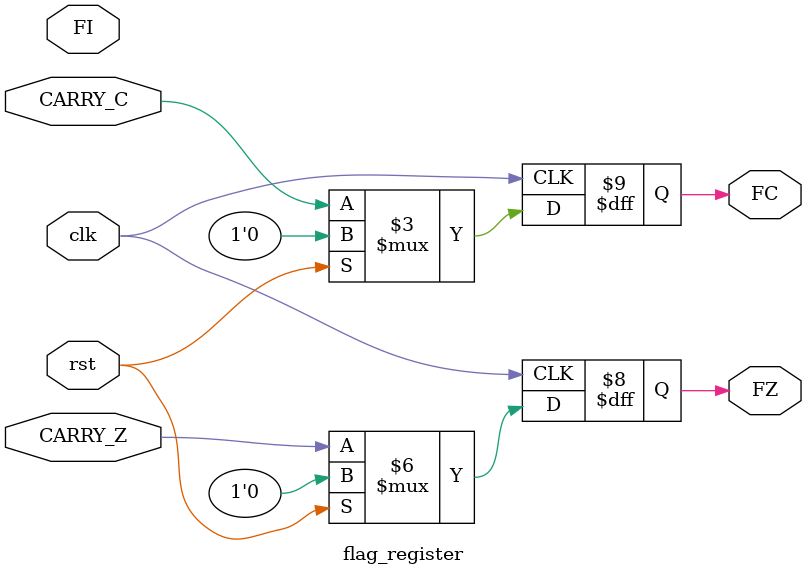
<source format=v>
module flag_register(
	input clk,
	input rst,
	// Control Signals
	input FI,
	// Carry signals
	input CARRY_Z,
	input CARRY_C,
	// Register Values
	output reg FZ,
	output reg FC
	);
	
	always @(posedge clk) 
		begin
			if (rst)
				FZ <= 0;
			else
				FZ <= CARRY_Z;
			if (rst)
				FC <= 0;
			else
				FC <= CARRY_C;
		end

endmodule
</source>
